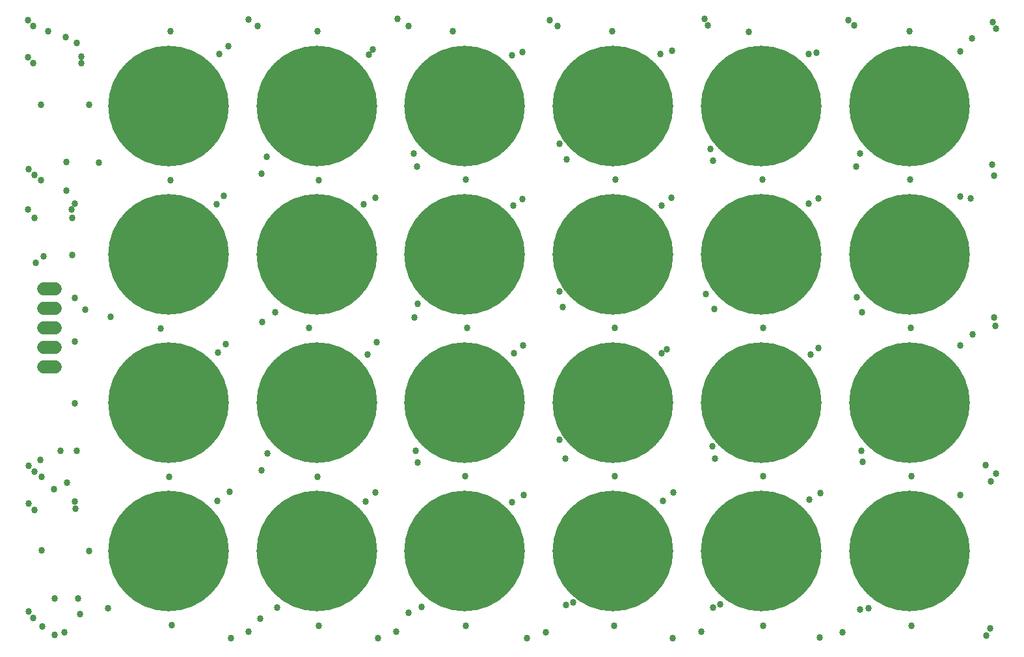
<source format=gbs>
G75*
%MOIN*%
%OFA0B0*%
%FSLAX25Y25*%
%IPPOS*%
%LPD*%
%AMOC8*
5,1,8,0,0,1.08239X$1,22.5*
%
%ADD10C,0.61824*%
%ADD11C,0.06800*%
%ADD12C,0.03378*%
D10*
X0080717Y0057361D03*
X0156701Y0057361D03*
X0232685Y0057361D03*
X0308669Y0057361D03*
X0384654Y0057361D03*
X0460638Y0057361D03*
X0460638Y0133346D03*
X0384654Y0133346D03*
X0308669Y0133346D03*
X0232685Y0133346D03*
X0156701Y0133346D03*
X0080717Y0133346D03*
X0080717Y0209330D03*
X0156701Y0209330D03*
X0232685Y0209330D03*
X0308669Y0209330D03*
X0384654Y0209330D03*
X0460638Y0209330D03*
X0460638Y0285314D03*
X0384654Y0285314D03*
X0308669Y0285314D03*
X0232685Y0285314D03*
X0156701Y0285314D03*
X0080717Y0285314D03*
D11*
X0022929Y0191535D02*
X0016929Y0191535D01*
X0016929Y0181535D02*
X0022929Y0181535D01*
X0022929Y0171535D02*
X0016929Y0171535D01*
X0016929Y0161535D02*
X0022929Y0161535D01*
X0022929Y0151535D02*
X0016929Y0151535D01*
D12*
X0022488Y0014251D03*
X0027565Y0015588D03*
X0016189Y0018779D03*
X0011661Y0023109D03*
X0009299Y0026259D03*
X0022488Y0032952D03*
X0034496Y0032952D03*
X0035480Y0025055D03*
X0049850Y0027834D03*
X0082528Y0019172D03*
X0112843Y0012800D03*
X0121898Y0016087D03*
X0127803Y0022700D03*
X0136465Y0028228D03*
X0157724Y0018976D03*
X0188236Y0012676D03*
X0197685Y0016083D03*
X0203787Y0025472D03*
X0210432Y0028573D03*
X0233315Y0018976D03*
X0264614Y0012676D03*
X0274260Y0015690D03*
X0284401Y0029708D03*
X0288112Y0031056D03*
X0309102Y0018976D03*
X0339220Y0012676D03*
X0353787Y0015826D03*
X0359871Y0028406D03*
X0363385Y0029951D03*
X0385480Y0018976D03*
X0414614Y0012873D03*
X0426228Y0015493D03*
X0435068Y0027224D03*
X0439369Y0027983D03*
X0461661Y0018976D03*
X0499850Y0014054D03*
X0501838Y0017579D03*
X0409347Y0083590D03*
X0414811Y0086889D03*
X0436643Y0102815D03*
X0435826Y0108691D03*
X0461465Y0095542D03*
X0486465Y0086102D03*
X0502190Y0093128D03*
X0504969Y0097125D03*
X0499457Y0101323D03*
X0409741Y0158000D03*
X0414024Y0161298D03*
X0436249Y0179587D03*
X0433661Y0187235D03*
X0461071Y0171526D03*
X0486465Y0162480D03*
X0492764Y0168446D03*
X0504575Y0172716D03*
X0503953Y0176818D03*
X0491976Y0238070D03*
X0486465Y0238857D03*
X0503787Y0249713D03*
X0503000Y0255393D03*
X0460874Y0247510D03*
X0435039Y0261054D03*
X0433315Y0254212D03*
X0414024Y0238070D03*
X0408757Y0235165D03*
X0385087Y0247510D03*
X0359871Y0257146D03*
X0358661Y0263416D03*
X0338433Y0238464D03*
X0333560Y0234378D03*
X0309890Y0247510D03*
X0284992Y0257857D03*
X0281195Y0266118D03*
X0262055Y0237676D03*
X0257576Y0234181D03*
X0233315Y0247510D03*
X0208296Y0254390D03*
X0206692Y0261054D03*
X0186858Y0238464D03*
X0181001Y0234968D03*
X0157724Y0247427D03*
X0131168Y0259152D03*
X0128591Y0250653D03*
X0109251Y0239203D03*
X0105362Y0234920D03*
X0081740Y0247427D03*
X0045323Y0256377D03*
X0028394Y0256771D03*
X0015598Y0247427D03*
X0012073Y0250027D03*
X0009184Y0252916D03*
X0028394Y0242007D03*
X0032921Y0235314D03*
X0031346Y0232361D03*
X0031543Y0228031D03*
X0012073Y0228031D03*
X0008895Y0232361D03*
X0031543Y0208936D03*
X0016976Y0208346D03*
X0012843Y0204802D03*
X0032921Y0186889D03*
X0038039Y0180983D03*
X0051228Y0177417D03*
X0032980Y0164586D03*
X0076992Y0171430D03*
X0106150Y0158936D03*
X0110039Y0163219D03*
X0128787Y0174669D03*
X0135499Y0179624D03*
X0152976Y0171639D03*
X0182969Y0157803D03*
X0187646Y0164448D03*
X0206937Y0177046D03*
X0208464Y0184085D03*
X0233709Y0171526D03*
X0257772Y0158787D03*
X0262449Y0162480D03*
X0282921Y0182165D03*
X0281195Y0190134D03*
X0309693Y0171526D03*
X0333560Y0158787D03*
X0336149Y0160668D03*
X0360658Y0181161D03*
X0356150Y0188953D03*
X0385480Y0171526D03*
X0359448Y0111054D03*
X0360855Y0104587D03*
X0385677Y0095542D03*
X0339614Y0087283D03*
X0334150Y0083000D03*
X0309496Y0095550D03*
X0284102Y0104606D03*
X0281195Y0114150D03*
X0262843Y0086102D03*
X0256788Y0082409D03*
X0232724Y0095542D03*
X0208493Y0102618D03*
X0207676Y0108495D03*
X0186858Y0087283D03*
X0181788Y0082606D03*
X0157134Y0095458D03*
X0131562Y0107183D03*
X0128591Y0098684D03*
X0112055Y0087676D03*
X0105756Y0082952D03*
X0081346Y0095458D03*
X0033709Y0108739D03*
X0025505Y0108543D03*
X0015205Y0104015D03*
X0009299Y0100865D03*
X0012188Y0097976D03*
X0015992Y0095376D03*
X0022291Y0089054D03*
X0028943Y0092360D03*
X0032921Y0082558D03*
X0033315Y0078818D03*
X0012188Y0078424D03*
X0009299Y0081574D03*
X0015992Y0057558D03*
X0040291Y0057361D03*
X0032724Y0132952D03*
X0040291Y0285905D03*
X0015598Y0285905D03*
X0011661Y0307165D03*
X0008709Y0310314D03*
X0019339Y0323503D03*
X0011661Y0326259D03*
X0008709Y0329212D03*
X0028353Y0320509D03*
X0033942Y0317620D03*
X0036071Y0310511D03*
X0036268Y0307333D03*
X0081740Y0323503D03*
X0106937Y0312086D03*
X0111661Y0316023D03*
X0126622Y0326395D03*
X0121898Y0329606D03*
X0157331Y0323503D03*
X0183363Y0311740D03*
X0185677Y0314448D03*
X0203984Y0326456D03*
X0198276Y0329999D03*
X0226425Y0323503D03*
X0256985Y0311150D03*
X0262055Y0312873D03*
X0280165Y0326456D03*
X0276228Y0329409D03*
X0308315Y0323503D03*
X0332969Y0311937D03*
X0338827Y0313661D03*
X0357105Y0326485D03*
X0355362Y0329802D03*
X0378184Y0323298D03*
X0408757Y0311937D03*
X0412861Y0312498D03*
X0432134Y0326653D03*
X0429181Y0329212D03*
X0460677Y0323503D03*
X0486465Y0313267D03*
X0492370Y0320020D03*
X0504743Y0324910D03*
X0503165Y0328393D03*
M02*

</source>
